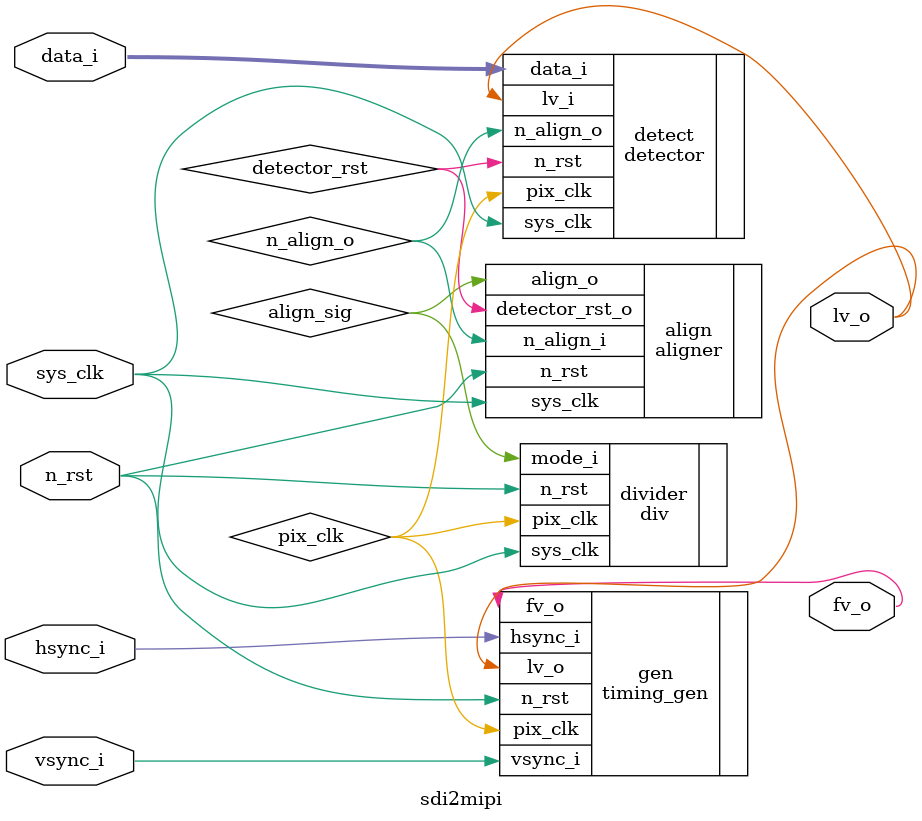
<source format=v>
module sdi2mipi(
	input sys_clk,
	input n_rst,
	input vsync_i,
	input hsync_i,
	input [7:0]data_i,
	output fv_o,
	output lv_o);

wire pix_clk;

div divider(
	.n_rst(n_rst),
	.sys_clk(sys_clk),
	.mode_i(align_sig),
	.pix_clk(pix_clk));

timing_gen gen(
	.pix_clk(pix_clk),
	.n_rst(n_rst),
	.vsync_i(vsync_i),
	.hsync_i(hsync_i),
	.fv_o(fv_o),
	.lv_o(lv_o));

detector detect(
	.data_i(data_i),
	.n_rst(detector_rst),
	.lv_i(lv_o),
	.n_align_o(n_align_o),
	.sys_clk(sys_clk),
	.pix_clk(pix_clk));

aligner align(
	.n_rst(n_rst),
	.n_align_i(n_align_o),
	.detector_rst_o(detector_rst),
	.align_o(align_sig),
	.sys_clk(sys_clk));

endmodule

</source>
